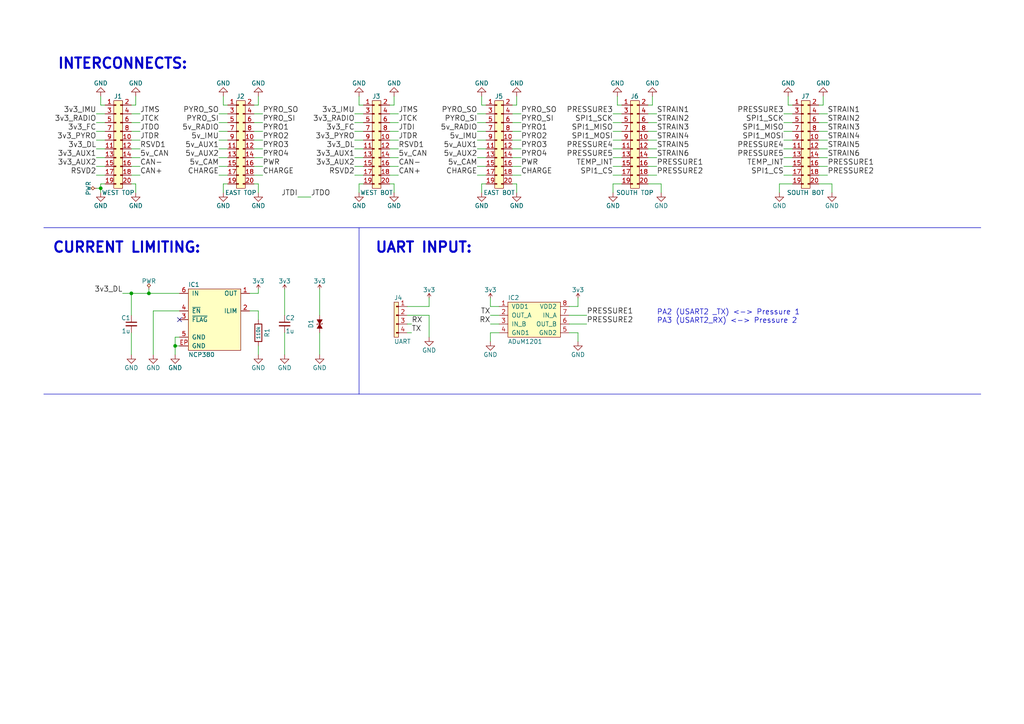
<source format=kicad_sch>
(kicad_sch (version 20230121) (generator eeschema)
  (paper "A4")
  (title_block (title "m3dl - Pressure Relay") (date "2016-07-20") (rev "1") (company "Cambridge University Space Flight") (comment 1 "Matt Coates"))
  (lib_symbols
    (symbol "pressure_relay-rescue:3v3" (power) (pin_numbers hide) (pin_names (offset 1.016) hide)
      (property "Value" "3v3" (at 0 2.286 0))
      (symbol "3v3_0_1"
        (polyline (pts (xy 0 1.27) (xy 0.508 0.508)))
        (polyline (pts (xy 0 0) (xy 0 1.27) (xy -0.508 0.508)))
      )
      (symbol "3v3_1_1"
        (pin power_in line (at 0 0 180) (length 0) hide (name "3v3") (number "1"))
      )
    )
    (symbol "pressure_relay-rescue:ADuM1201" (pin_names (offset 1.016))
      (property "Reference" "IC" (at -7.62 5.08 0))
      (property "Value" "ADuM1201" (at -7.62 -7.62 0))
      (symbol "ADuM1201_0_1"
        (rectangle (start -7.62 3.81) (end 7.62 -6.35) (fill (type background)))
      )
      (symbol "ADuM1201_1_1"
        (pin power_in line (at -10.16 2.54 0) (length 2.54) (name "VDD1") (number "1"))
        (pin output line (at -10.16 0 0) (length 2.54) (name "OUT_A") (number "2"))
        (pin input line (at -10.16 -2.54 0) (length 2.54) (name "IN_B") (number "3"))
        (pin power_in line (at -10.16 -5.08 0) (length 2.54) (name "GND1") (number "4"))
        (pin power_in line (at 10.16 -5.08 180) (length 2.54) (name "GND2") (number "5"))
        (pin output line (at 10.16 -2.54 180) (length 2.54) (name "OUT_B") (number "6"))
        (pin input line (at 10.16 0 180) (length 2.54) (name "IN_A") (number "7"))
        (pin power_in line (at 10.16 2.54 180) (length 2.54) (name "VDD2") (number "8"))
      )
    )
    (symbol "pressure_relay-rescue:CONN_01x04" (pin_names (offset 0.0254) hide)
      (property "Reference" "J" (at -1.27 2.54 0))
      (property "Value" "CONN_01x04" (at -1.27 -10.16 0))
      (symbol "CONN_01x04_0_1"
        (rectangle (start 0 -7.493) (end -0.635 -7.747) (fill (type outline)))
        (rectangle (start 0 -4.953) (end -0.635 -5.207) (fill (type outline)))
        (rectangle (start 0 -2.413) (end -0.635 -2.667) (fill (type outline)))
        (rectangle (start 0 0.127) (end -0.635 -0.127) (fill (type outline)))
        (rectangle (start 0 1.27) (end -1.27 -8.89) (fill (type background)))
      )
      (symbol "CONN_01x04_1_1"
        (pin passive line (at 2.54 0 180) (length 2.54) (name "1") (number "1"))
        (pin passive line (at 2.54 -2.54 180) (length 2.54) (name "2") (number "2"))
        (pin passive line (at 2.54 -5.08 180) (length 2.54) (name "3") (number "3"))
        (pin passive line (at 2.54 -7.62 180) (length 2.54) (name "4") (number "4"))
      )
    )
    (symbol "pressure_relay-rescue:CONN_02x10" (pin_names (offset 0.0254) hide)
      (property "Reference" "J" (at -2.54 2.54 0))
      (property "Value" "CONN_02x10" (at -2.54 -25.4 0))
      (symbol "CONN_02x10_0_1"
        (rectangle (start -2.54 -22.733) (end -1.905 -22.987) (fill (type outline)))
        (rectangle (start -2.54 -20.193) (end -1.905 -20.447) (fill (type outline)))
        (rectangle (start -2.54 -17.653) (end -1.905 -17.907) (fill (type outline)))
        (rectangle (start -2.54 -15.113) (end -1.905 -15.367) (fill (type outline)))
        (rectangle (start -2.54 -12.573) (end -1.905 -12.827) (fill (type outline)))
        (rectangle (start -2.54 -10.033) (end -1.905 -10.287) (fill (type outline)))
        (rectangle (start -2.54 -7.493) (end -1.905 -7.747) (fill (type outline)))
        (rectangle (start -2.54 -4.953) (end -1.905 -5.207) (fill (type outline)))
        (rectangle (start -2.54 -2.413) (end -1.905 -2.667) (fill (type outline)))
        (rectangle (start -2.54 0.127) (end -1.905 -0.127) (fill (type outline)))
        (rectangle (start 0 -22.733) (end -0.635 -22.987) (fill (type outline)))
        (rectangle (start 0 -20.193) (end -0.635 -20.447) (fill (type outline)))
        (rectangle (start 0 -17.653) (end -0.635 -17.907) (fill (type outline)))
        (rectangle (start 0 -15.113) (end -0.635 -15.367) (fill (type outline)))
        (rectangle (start 0 -12.573) (end -0.635 -12.827) (fill (type outline)))
        (rectangle (start 0 -10.033) (end -0.635 -10.287) (fill (type outline)))
        (rectangle (start 0 -7.493) (end -0.635 -7.747) (fill (type outline)))
        (rectangle (start 0 -4.953) (end -0.635 -5.207) (fill (type outline)))
        (rectangle (start 0 -2.413) (end -0.635 -2.667) (fill (type outline)))
        (rectangle (start 0 0.127) (end -0.635 -0.127) (fill (type outline)))
        (rectangle (start 0 1.27) (end -2.54 -24.13) (fill (type background)))
      )
      (symbol "CONN_02x10_1_1"
        (pin passive line (at -5.08 0 0) (length 2.54) (name "1") (number "1"))
        (pin passive line (at 2.54 -10.16 180) (length 2.54) (name "10") (number "10"))
        (pin passive line (at -5.08 -12.7 0) (length 2.54) (name "11") (number "11"))
        (pin passive line (at 2.54 -12.7 180) (length 2.54) (name "12") (number "12"))
        (pin passive line (at -5.08 -15.24 0) (length 2.54) (name "13") (number "13"))
        (pin passive line (at 2.54 -15.24 180) (length 2.54) (name "14") (number "14"))
        (pin passive line (at -5.08 -17.78 0) (length 2.54) (name "15") (number "15"))
        (pin passive line (at 2.54 -17.78 180) (length 2.54) (name "16") (number "16"))
        (pin passive line (at -5.08 -20.32 0) (length 2.54) (name "17") (number "17"))
        (pin passive line (at 2.54 -20.32 180) (length 2.54) (name "18") (number "18"))
        (pin passive line (at -5.08 -22.86 0) (length 2.54) (name "19") (number "19"))
        (pin passive line (at 2.54 0 180) (length 2.54) (name "2") (number "2"))
        (pin passive line (at 2.54 -22.86 180) (length 2.54) (name "20") (number "20"))
        (pin passive line (at -5.08 -2.54 0) (length 2.54) (name "3") (number "3"))
        (pin passive line (at 2.54 -2.54 180) (length 2.54) (name "4") (number "4"))
        (pin passive line (at -5.08 -5.08 0) (length 2.54) (name "5") (number "5"))
        (pin passive line (at 2.54 -5.08 180) (length 2.54) (name "6") (number "6"))
        (pin passive line (at -5.08 -7.62 0) (length 2.54) (name "7") (number "7"))
        (pin passive line (at 2.54 -7.62 180) (length 2.54) (name "8") (number "8"))
        (pin passive line (at -5.08 -10.16 0) (length 2.54) (name "9") (number "9"))
      )
    )
    (symbol "pressure_relay-rescue:C_Small" (pin_numbers hide) (pin_names (offset 0.254) hide)
      (property "Reference" "C" (at 0.254 1.778 0))
      (property "Value" "C_Small" (at 0.254 -2.032 0))
      (symbol "C_Small_0_1"
        (polyline (pts (xy -1.524 -0.508) (xy 1.524 -0.508)) (stroke (width 0.3302)))
        (polyline (pts (xy -1.524 0.508) (xy 1.524 0.508)) (stroke (width 0.3048)))
      )
      (symbol "C_Small_1_1"
        (pin passive line (at 0 2.54 270) (length 1.905) (name "~") (number "1"))
        (pin passive line (at 0 -2.54 90) (length 2.032) (name "~") (number "2"))
      )
    )
    (symbol "pressure_relay-rescue:ESD_DIODE" (pin_numbers hide) (pin_names (offset 0) hide)
      (property "Reference" "D" (at -1.27 2.54 0))
      (symbol "ESD_DIODE_0_1"
        (polyline (pts (xy 0 -0.762) (xy 0.254 -0.762)))
        (polyline (pts (xy 0 0.762) (xy -0.254 0.762)))
        (polyline (pts (xy 0 0.762) (xy 0 -0.762)))
        (polyline (pts (xy 0 0) (xy -1.27 0.762) (xy -1.27 -0.762) (xy 0 0)) (fill (type outline)))
        (polyline (pts (xy 0 0) (xy 1.27 0.762) (xy 1.27 -0.762) (xy 0 0)) (fill (type outline)))
      )
      (symbol "ESD_DIODE_1_1"
        (pin passive line (at -2.54 0 0) (length 1.27) (name "1") (number "1"))
        (pin passive line (at 2.54 0 180) (length 1.27) (name "2") (number "2"))
      )
    )
    (symbol "pressure_relay-rescue:GND" (power) (pin_names (offset 0))
      (property "Value" "GND" (at 0 -3.81 0))
      (symbol "GND_0_1"
        (polyline (pts (xy 0 0) (xy 0 -1.27) (xy 1.27 -1.27) (xy 0 -2.54) (xy -1.27 -1.27) (xy 0 -1.27)))
      )
      (symbol "GND_1_1"
        (pin power_in line (at 0 0 270) (length 0) hide (name "GND") (number "1"))
      )
    )
    (symbol "pressure_relay-rescue:NCP380" (pin_names (offset 1.016))
      (property "Reference" "IC" (at -7.62 10.16 0))
      (property "Value" "NCP380" (at -7.62 -10.16 0))
      (symbol "NCP380_0_0"
        (pin power_out line (at 10.16 7.62 180) (length 2.54) (name "OUT") (number "1"))
        (pin input line (at 10.16 2.54 180) (length 2.54) (name "ILIM") (number "2"))
        (pin open_collector line (at -10.16 0 0) (length 2.54) (name "~{FLAG}") (number "3"))
        (pin input line (at -10.16 2.54 0) (length 2.54) (name "~{EN}") (number "4"))
        (pin power_in line (at -10.16 -5.08 0) (length 2.54) (name "GND") (number "5"))
        (pin power_in line (at -10.16 7.62 0) (length 2.54) (name "IN") (number "6"))
        (pin power_in line (at -10.16 -7.62 0) (length 2.54) (name "GND") (number "EP"))
      )
      (symbol "NCP380_0_1"
        (rectangle (start -7.62 8.89) (end 7.62 -8.89) (fill (type background)))
      )
    )
    (symbol "pressure_relay-rescue:PWR" (power) (pin_numbers hide) (pin_names (offset 1.016) hide)
      (property "Value" "PWR" (at 0 2.286 0))
      (symbol "PWR_0_1"
        (polyline (pts (xy 0 0.508) (xy -0.508 1.016) (xy 0 1.524) (xy 0.508 1.016) (xy 0 0.508)) (fill (type background)))
      )
      (symbol "PWR_1_1"
        (pin power_out line (at 0 0 90) (length 0.508) (name "pwr") (number "1"))
      )
    )
    (symbol "pressure_relay-rescue:R" (pin_numbers hide) (pin_names (offset 0))
      (property "Reference" "R" (at 2.032 0 90))
      (property "Value" "R" (at 0 0 90))
      (symbol "R_0_1"
        (rectangle (start -1.016 -2.54) (end 1.016 2.54) (stroke (width 0.254)))
      )
      (symbol "R_1_1"
        (pin passive line (at 0 3.81 270) (length 1.27) (name "~") (number "1"))
        (pin passive line (at 0 -3.81 90) (length 1.27) (name "~") (number "2"))
      )
    )
  )
  (junction (at 38.1 85.09))
  (junction (at 29.21 54.61))
  (junction (at 43.18 85.09))
  (junction (at 50.8 100.33))
  (no_connect (at 52.07 92.71))
  (wire (pts (xy 187.96 53.34) (xy 191.77 53.34)))
  (wire (pts (xy 30.48 35.56) (xy 27.94 35.56)))
  (wire (pts (xy 52.07 97.79) (xy 50.8 97.79)))
  (wire (pts (xy 124.46 88.9) (xy 124.46 86.36)))
  (wire (pts (xy 74.93 100.33) (xy 74.93 102.87)))
  (wire (pts (xy 30.48 45.72) (xy 27.94 45.72)))
  (wire (pts (xy 165.1 91.44) (xy 170.18 91.44)))
  (wire (pts (xy 149.86 27.94) (xy 149.86 30.48)))
  (wire (pts (xy 226.06 53.34) (xy 229.87 53.34)))
  (wire (pts (xy 73.66 50.8) (xy 76.2 50.8)))
  (wire (pts (xy 138.43 50.8) (xy 140.97 50.8)))
  (wire (pts (xy 237.49 43.18) (xy 240.03 43.18)))
  (wire (pts (xy 238.76 27.94) (xy 238.76 30.48)))
  (wire (pts (xy 73.66 53.34) (xy 74.93 53.34)))
  (wire (pts (xy 118.11 93.98) (xy 119.38 93.98)))
  (wire (pts (xy 144.78 91.44) (xy 142.24 91.44)))
  (wire (pts (xy 177.8 45.72) (xy 180.34 45.72)))
  (wire (pts (xy 229.87 38.1) (xy 227.33 38.1)))
  (wire (pts (xy 148.59 45.72) (xy 151.13 45.72)))
  (wire (pts (xy 148.59 50.8) (xy 151.13 50.8)))
  (wire (pts (xy 63.5 50.8) (xy 66.04 50.8)))
  (wire (pts (xy 144.78 93.98) (xy 142.24 93.98)))
  (wire (pts (xy 118.11 88.9) (xy 124.46 88.9)))
  (wire (pts (xy 102.87 48.26) (xy 105.41 48.26)))
  (wire (pts (xy 149.86 53.34) (xy 149.86 55.88)))
  (wire (pts (xy 180.34 33.02) (xy 177.8 33.02)))
  (wire (pts (xy 105.41 45.72) (xy 102.87 45.72)))
  (wire (pts (xy 227.33 43.18) (xy 229.87 43.18)))
  (wire (pts (xy 27.94 54.61) (xy 29.21 54.61)))
  (wire (pts (xy 138.43 40.64) (xy 140.97 40.64)))
  (wire (pts (xy 104.14 27.94) (xy 104.14 30.48)))
  (wire (pts (xy 39.37 30.48) (xy 38.1 30.48)))
  (wire (pts (xy 165.1 96.52) (xy 167.64 96.52)))
  (wire (pts (xy 114.3 53.34) (xy 114.3 55.88)))
  (wire (pts (xy 148.59 33.02) (xy 151.13 33.02)))
  (wire (pts (xy 113.03 35.56) (xy 115.57 35.56)))
  (wire (pts (xy 187.96 43.18) (xy 190.5 43.18)))
  (wire (pts (xy 140.97 48.26) (xy 138.43 48.26)))
  (wire (pts (xy 142.24 88.9) (xy 142.24 86.36)))
  (wire (pts (xy 30.48 38.1) (xy 27.94 38.1)))
  (polyline (pts (xy 104.14 66.04) (xy 104.14 114.3)))
  (wire (pts (xy 138.43 35.56) (xy 140.97 35.56)))
  (wire (pts (xy 180.34 38.1) (xy 177.8 38.1)))
  (wire (pts (xy 237.49 38.1) (xy 240.03 38.1)))
  (wire (pts (xy 180.34 48.26) (xy 177.8 48.26)))
  (wire (pts (xy 105.41 35.56) (xy 102.87 35.56)))
  (wire (pts (xy 139.7 53.34) (xy 139.7 55.88)))
  (wire (pts (xy 72.39 90.17) (xy 74.93 90.17)))
  (wire (pts (xy 38.1 48.26) (xy 40.64 48.26)))
  (wire (pts (xy 105.41 38.1) (xy 102.87 38.1)))
  (wire (pts (xy 74.93 27.94) (xy 74.93 30.48)))
  (wire (pts (xy 113.03 45.72) (xy 115.57 45.72)))
  (wire (pts (xy 229.87 40.64) (xy 227.33 40.64)))
  (wire (pts (xy 38.1 38.1) (xy 40.64 38.1)))
  (wire (pts (xy 237.49 45.72) (xy 240.03 45.72)))
  (wire (pts (xy 240.03 40.64) (xy 237.49 40.64)))
  (wire (pts (xy 35.56 85.09) (xy 38.1 85.09)))
  (wire (pts (xy 118.11 91.44) (xy 124.46 91.44)))
  (wire (pts (xy 140.97 33.02) (xy 138.43 33.02)))
  (wire (pts (xy 76.2 35.56) (xy 73.66 35.56)))
  (wire (pts (xy 44.45 90.17) (xy 52.07 90.17)))
  (wire (pts (xy 64.77 53.34) (xy 64.77 55.88)))
  (wire (pts (xy 237.49 50.8) (xy 240.03 50.8)))
  (wire (pts (xy 138.43 45.72) (xy 140.97 45.72)))
  (wire (pts (xy 114.3 27.94) (xy 114.3 30.48)))
  (wire (pts (xy 151.13 40.64) (xy 148.59 40.64)))
  (wire (pts (xy 38.1 43.18) (xy 40.64 43.18)))
  (wire (pts (xy 105.41 53.34) (xy 104.14 53.34)))
  (wire (pts (xy 30.48 40.64) (xy 27.94 40.64)))
  (wire (pts (xy 27.94 48.26) (xy 30.48 48.26)))
  (wire (pts (xy 76.2 40.64) (xy 73.66 40.64)))
  (wire (pts (xy 229.87 33.02) (xy 227.33 33.02)))
  (wire (pts (xy 227.33 35.56) (xy 229.87 35.56)))
  (wire (pts (xy 38.1 96.52) (xy 38.1 102.87)))
  (wire (pts (xy 92.71 91.44) (xy 92.71 83.82)))
  (wire (pts (xy 66.04 38.1) (xy 63.5 38.1)))
  (wire (pts (xy 190.5 40.64) (xy 187.96 40.64)))
  (wire (pts (xy 113.03 43.18) (xy 115.57 43.18)))
  (wire (pts (xy 190.5 48.26) (xy 187.96 48.26)))
  (wire (pts (xy 228.6 27.94) (xy 228.6 30.48)))
  (wire (pts (xy 179.07 30.48) (xy 180.34 30.48)))
  (wire (pts (xy 43.18 85.09) (xy 43.18 83.82)))
  (wire (pts (xy 30.48 50.8) (xy 27.94 50.8)))
  (wire (pts (xy 190.5 35.56) (xy 187.96 35.56)))
  (wire (pts (xy 167.64 96.52) (xy 167.64 99.06)))
  (wire (pts (xy 113.03 53.34) (xy 114.3 53.34)))
  (wire (pts (xy 105.41 50.8) (xy 102.87 50.8)))
  (wire (pts (xy 50.8 97.79) (xy 50.8 100.33)))
  (wire (pts (xy 177.8 53.34) (xy 180.34 53.34)))
  (wire (pts (xy 241.3 53.34) (xy 241.3 55.88)))
  (wire (pts (xy 39.37 27.94) (xy 39.37 30.48)))
  (wire (pts (xy 104.14 53.34) (xy 104.14 55.88)))
  (wire (pts (xy 151.13 35.56) (xy 148.59 35.56)))
  (wire (pts (xy 73.66 43.18) (xy 76.2 43.18)))
  (wire (pts (xy 64.77 27.94) (xy 64.77 30.48)))
  (wire (pts (xy 63.5 35.56) (xy 66.04 35.56)))
  (wire (pts (xy 187.96 38.1) (xy 190.5 38.1)))
  (wire (pts (xy 105.41 40.64) (xy 102.87 40.64)))
  (wire (pts (xy 66.04 43.18) (xy 63.5 43.18)))
  (wire (pts (xy 191.77 53.34) (xy 191.77 55.88)))
  (wire (pts (xy 105.41 43.18) (xy 102.87 43.18)))
  (wire (pts (xy 165.1 88.9) (xy 167.64 88.9)))
  (wire (pts (xy 38.1 45.72) (xy 40.64 45.72)))
  (wire (pts (xy 38.1 35.56) (xy 40.64 35.56)))
  (wire (pts (xy 165.1 93.98) (xy 170.18 93.98)))
  (wire (pts (xy 63.5 40.64) (xy 66.04 40.64)))
  (wire (pts (xy 38.1 85.09) (xy 43.18 85.09)))
  (wire (pts (xy 140.97 43.18) (xy 138.43 43.18)))
  (wire (pts (xy 38.1 33.02) (xy 40.64 33.02)))
  (wire (pts (xy 177.8 50.8) (xy 180.34 50.8)))
  (wire (pts (xy 39.37 53.34) (xy 39.37 55.88)))
  (wire (pts (xy 104.14 30.48) (xy 105.41 30.48)))
  (wire (pts (xy 227.33 45.72) (xy 229.87 45.72)))
  (wire (pts (xy 142.24 96.52) (xy 142.24 99.06)))
  (wire (pts (xy 30.48 53.34) (xy 29.21 53.34)))
  (wire (pts (xy 66.04 33.02) (xy 63.5 33.02)))
  (wire (pts (xy 113.03 40.64) (xy 115.57 40.64)))
  (wire (pts (xy 38.1 40.64) (xy 40.64 40.64)))
  (wire (pts (xy 240.03 35.56) (xy 237.49 35.56)))
  (wire (pts (xy 66.04 53.34) (xy 64.77 53.34)))
  (wire (pts (xy 148.59 43.18) (xy 151.13 43.18)))
  (wire (pts (xy 86.36 57.15) (xy 90.17 57.15)))
  (wire (pts (xy 139.7 30.48) (xy 140.97 30.48)))
  (wire (pts (xy 240.03 48.26) (xy 237.49 48.26)))
  (wire (pts (xy 74.93 53.34) (xy 74.93 55.88)))
  (wire (pts (xy 113.03 48.26) (xy 115.57 48.26)))
  (wire (pts (xy 139.7 27.94) (xy 139.7 30.48)))
  (wire (pts (xy 148.59 53.34) (xy 149.86 53.34)))
  (wire (pts (xy 118.11 96.52) (xy 119.38 96.52)))
  (wire (pts (xy 187.96 50.8) (xy 190.5 50.8)))
  (wire (pts (xy 229.87 48.26) (xy 227.33 48.26)))
  (wire (pts (xy 177.8 35.56) (xy 180.34 35.56)))
  (wire (pts (xy 64.77 30.48) (xy 66.04 30.48)))
  (wire (pts (xy 167.64 88.9) (xy 167.64 86.36)))
  (wire (pts (xy 74.93 30.48) (xy 73.66 30.48)))
  (wire (pts (xy 29.21 53.34) (xy 29.21 54.61)))
  (wire (pts (xy 82.55 96.52) (xy 82.55 102.87)))
  (wire (pts (xy 105.41 33.02) (xy 102.87 33.02)))
  (wire (pts (xy 142.24 96.52) (xy 144.78 96.52)))
  (wire (pts (xy 63.5 45.72) (xy 66.04 45.72)))
  (wire (pts (xy 44.45 102.87) (xy 44.45 90.17)))
  (wire (pts (xy 73.66 38.1) (xy 76.2 38.1)))
  (wire (pts (xy 148.59 38.1) (xy 151.13 38.1)))
  (wire (pts (xy 113.03 50.8) (xy 115.57 50.8)))
  (wire (pts (xy 29.21 30.48) (xy 30.48 30.48)))
  (wire (pts (xy 52.07 100.33) (xy 50.8 100.33)))
  (wire (pts (xy 66.04 48.26) (xy 63.5 48.26)))
  (wire (pts (xy 189.23 27.94) (xy 189.23 30.48)))
  (polyline (pts (xy 12.7 114.3) (xy 284.48 114.3)))
  (wire (pts (xy 38.1 91.44) (xy 38.1 85.09)))
  (wire (pts (xy 237.49 53.34) (xy 241.3 53.34)))
  (wire (pts (xy 38.1 53.34) (xy 39.37 53.34)))
  (wire (pts (xy 29.21 54.61) (xy 29.21 55.88)))
  (wire (pts (xy 177.8 53.34) (xy 177.8 55.88)))
  (wire (pts (xy 144.78 88.9) (xy 142.24 88.9)))
  (wire (pts (xy 74.93 85.09) (xy 74.93 83.82)))
  (wire (pts (xy 177.8 40.64) (xy 180.34 40.64)))
  (wire (pts (xy 76.2 48.26) (xy 73.66 48.26)))
  (wire (pts (xy 114.3 30.48) (xy 113.03 30.48)))
  (wire (pts (xy 50.8 100.33) (xy 50.8 102.87)))
  (wire (pts (xy 73.66 45.72) (xy 76.2 45.72)))
  (wire (pts (xy 187.96 33.02) (xy 190.5 33.02)))
  (wire (pts (xy 74.93 90.17) (xy 74.93 92.71)))
  (wire (pts (xy 72.39 85.09) (xy 74.93 85.09)))
  (wire (pts (xy 82.55 91.44) (xy 82.55 83.82)))
  (wire (pts (xy 29.21 27.94) (xy 29.21 30.48)))
  (wire (pts (xy 237.49 33.02) (xy 240.03 33.02)))
  (wire (pts (xy 140.97 38.1) (xy 138.43 38.1)))
  (wire (pts (xy 149.86 30.48) (xy 148.59 30.48)))
  (wire (pts (xy 113.03 33.02) (xy 115.57 33.02)))
  (wire (pts (xy 92.71 96.52) (xy 92.71 102.87)))
  (wire (pts (xy 38.1 50.8) (xy 40.64 50.8)))
  (wire (pts (xy 43.18 85.09) (xy 52.07 85.09)))
  (wire (pts (xy 227.33 50.8) (xy 229.87 50.8)))
  (wire (pts (xy 113.03 38.1) (xy 115.57 38.1)))
  (wire (pts (xy 180.34 43.18) (xy 177.8 43.18)))
  (wire (pts (xy 30.48 33.02) (xy 27.94 33.02)))
  (wire (pts (xy 30.48 43.18) (xy 27.94 43.18)))
  (wire (pts (xy 179.07 27.94) (xy 179.07 30.48)))
  (wire (pts (xy 73.66 33.02) (xy 76.2 33.02)))
  (wire (pts (xy 151.13 48.26) (xy 148.59 48.26)))
  (wire (pts (xy 226.06 53.34) (xy 226.06 55.88)))
  (wire (pts (xy 189.23 30.48) (xy 187.96 30.48)))
  (wire (pts (xy 140.97 53.34) (xy 139.7 53.34)))
  (wire (pts (xy 187.96 45.72) (xy 190.5 45.72)))
  (polyline (pts (xy 12.7 66.04) (xy 284.48 66.04)))
  (wire (pts (xy 228.6 30.48) (xy 229.87 30.48)))
  (wire (pts (xy 124.46 91.44) (xy 124.46 97.79)))
  (wire (pts (xy 238.76 30.48) (xy 237.49 30.48)))
  (text "PA2 (USART2 _TX) <-> Pressure 1\nPA3 (USART2_RX) <-> Pressure 2" (at 190.5 93.98 0) (effects (font (size 1.524 1.524)) (justify left bottom)))
  (text "UART INPUT:" (at 137.16 73.66 0) (effects (font (size 2.9972 2.9972) (thickness 0.5994) bold) (justify right bottom)))
  (text "INTERCONNECTS:" (at 54.61 20.32 0) (effects (font (size 2.9972 2.9972) (thickness 0.5994) bold) (justify right bottom)))
  (text "CURRENT LIMITING:" (at 58.42 73.66 0) (effects (font (size 2.9972 2.9972) (thickness 0.5994) bold) (justify right bottom)))
  (label "PYRO_SI" (at 76.2 35.56 0) (effects (font (size 1.524 1.524))))
  (label "PWR" (at 76.2 48.26 0) (effects (font (size 1.524 1.524))))
  (label "CHARGE" (at 138.43 50.8 180) (effects (font (size 1.524 1.524))))
  (label "3v3_DL" (at 35.56 85.09 180) (effects (font (size 1.524 1.524))))
  (label "STRAIN6" (at 240.03 45.72 0) (effects (font (size 1.524 1.524))))
  (label "STRAIN2" (at 190.5 35.56 0) (effects (font (size 1.524 1.524))))
  (label "JTMS" (at 115.57 33.02 0) (effects (font (size 1.524 1.524))))
  (label "3v3_AUX2" (at 102.87 48.26 180) (effects (font (size 1.524 1.524))))
  (label "5v_RADIO" (at 63.5 38.1 180) (effects (font (size 1.524 1.524))))
  (label "JTCK" (at 115.57 35.56 0) (effects (font (size 1.524 1.524))))
  (label "3v3_FC" (at 102.87 38.1 180) (effects (font (size 1.524 1.524))))
  (label "3v3_AUX1" (at 27.94 45.72 180) (effects (font (size 1.524 1.524))))
  (label "PYRO3" (at 76.2 43.18 0) (effects (font (size 1.524 1.524))))
  (label "PWR" (at 151.13 48.26 0) (effects (font (size 1.524 1.524))))
  (label "JTDO" (at 90.17 57.15 0) (effects (font (size 1.524 1.524))))
  (label "5v_AUX2" (at 138.43 45.72 180) (effects (font (size 1.524 1.524))))
  (label "RX" (at 119.38 93.98 0) (effects (font (size 1.524 1.524))))
  (label "5v_AUX2" (at 63.5 45.72 180) (effects (font (size 1.524 1.524))))
  (label "STRAIN3" (at 190.5 38.1 0) (effects (font (size 1.524 1.524))))
  (label "STRAIN5" (at 190.5 43.18 0) (effects (font (size 1.524 1.524))))
  (label "PYRO_SI" (at 138.43 35.56 180) (effects (font (size 1.524 1.524))))
  (label "CAN+" (at 115.57 50.8 0) (effects (font (size 1.524 1.524))))
  (label "3v3_RADIO" (at 102.87 35.56 180) (effects (font (size 1.524 1.524))))
  (label "JTDR" (at 115.57 40.64 0) (effects (font (size 1.524 1.524))))
  (label "5v_CAM" (at 138.43 48.26 180) (effects (font (size 1.524 1.524))))
  (label "TX" (at 142.24 91.44 180) (effects (font (size 1.524 1.524))))
  (label "3v3_AUX2" (at 27.94 48.26 180) (effects (font (size 1.524 1.524))))
  (label "3v3_DL" (at 27.94 43.18 180) (effects (font (size 1.524 1.524))))
  (label "JTCK" (at 40.64 35.56 0) (effects (font (size 1.524 1.524))))
  (label "PRESSURE4" (at 177.8 43.18 180) (effects (font (size 1.524 1.524))))
  (label "SPI1_CS" (at 177.8 50.8 180) (effects (font (size 1.524 1.524))))
  (label "3v3_IMU" (at 102.87 33.02 180) (effects (font (size 1.524 1.524))))
  (label "5v_RADIO" (at 138.43 38.1 180) (effects (font (size 1.524 1.524))))
  (label "PRESSURE4" (at 227.33 43.18 180) (effects (font (size 1.524 1.524))))
  (label "PYRO3" (at 151.13 43.18 0) (effects (font (size 1.524 1.524))))
  (label "JTDI" (at 86.36 57.15 180) (effects (font (size 1.524 1.524))))
  (label "3v3_PYRO" (at 27.94 40.64 180) (effects (font (size 1.524 1.524))))
  (label "CAN+" (at 40.64 50.8 0) (effects (font (size 1.524 1.524))))
  (label "PYRO_SO" (at 138.43 33.02 180) (effects (font (size 1.524 1.524))))
  (label "JTMS" (at 40.64 33.02 0) (effects (font (size 1.524 1.524))))
  (label "PRESSURE2" (at 170.18 93.98 0) (effects (font (size 1.524 1.524))))
  (label "SPI1_CS" (at 227.33 50.8 180) (effects (font (size 1.524 1.524))))
  (label "RSVD2" (at 102.87 50.8 180) (effects (font (size 1.524 1.524))))
  (label "5v_AUX1" (at 138.43 43.18 180) (effects (font (size 1.524 1.524))))
  (label "PYRO1" (at 76.2 38.1 0) (effects (font (size 1.524 1.524))))
  (label "3v3_AUX1" (at 102.87 45.72 180) (effects (font (size 1.524 1.524))))
  (label "PYRO_SO" (at 76.2 33.02 0) (effects (font (size 1.524 1.524))))
  (label "5v_CAN" (at 40.64 45.72 0) (effects (font (size 1.524 1.524))))
  (label "5v_AUX1" (at 63.5 43.18 180) (effects (font (size 1.524 1.524))))
  (label "CHARGE" (at 76.2 50.8 0) (effects (font (size 1.524 1.524))))
  (label "PRESSURE3" (at 227.33 33.02 180) (effects (font (size 1.524 1.524))))
  (label "PRESSURE5" (at 227.33 45.72 180) (effects (font (size 1.524 1.524))))
  (label "JTDO" (at 40.64 38.1 0) (effects (font (size 1.524 1.524))))
  (label "CAN-" (at 40.64 48.26 0) (effects (font (size 1.524 1.524))))
  (label "3v3_RADIO" (at 27.94 35.56 180) (effects (font (size 1.524 1.524))))
  (label "STRAIN4" (at 240.03 40.64 0) (effects (font (size 1.524 1.524))))
  (label "PRESSURE1" (at 170.18 91.44 0) (effects (font (size 1.524 1.524))))
  (label "STRAIN1" (at 190.5 33.02 0) (effects (font (size 1.524 1.524))))
  (label "PYRO_SO" (at 151.13 33.02 0) (effects (font (size 1.524 1.524))))
  (label "PYRO_SI" (at 151.13 35.56 0) (effects (font (size 1.524 1.524))))
  (label "PRESSURE5" (at 177.8 45.72 180) (effects (font (size 1.524 1.524))))
  (label "5v_IMU" (at 138.43 40.64 180) (effects (font (size 1.524 1.524))))
  (label "RX" (at 142.24 93.98 180) (effects (font (size 1.524 1.524))))
  (label "SPI1_MISO" (at 227.33 38.1 180) (effects (font (size 1.524 1.524))))
  (label "PYRO4" (at 76.2 45.72 0) (effects (font (size 1.524 1.524))))
  (label "SPI1_SCK" (at 177.8 35.56 180) (effects (font (size 1.524 1.524))))
  (label "STRAIN5" (at 240.03 43.18 0) (effects (font (size 1.524 1.524))))
  (label "5v_IMU" (at 63.5 40.64 180) (effects (font (size 1.524 1.524))))
  (label "RSVD1" (at 40.64 43.18 0) (effects (font (size 1.524 1.524))))
  (label "3v3_PYRO" (at 102.87 40.64 180) (effects (font (size 1.524 1.524))))
  (label "PRESSURE2" (at 190.5 50.8 0) (effects (font (size 1.524 1.524))))
  (label "TEMP_INT" (at 177.8 48.26 180) (effects (font (size 1.524 1.524))))
  (label "TX" (at 119.38 96.52 0) (effects (font (size 1.524 1.524))))
  (label "JTDR" (at 40.64 40.64 0) (effects (font (size 1.524 1.524))))
  (label "JTDI" (at 115.57 38.1 0) (effects (font (size 1.524 1.524))))
  (label "3v3_DL" (at 102.87 43.18 180) (effects (font (size 1.524 1.524))))
  (label "SPI1_MOSI" (at 227.33 40.64 180) (effects (font (size 1.524 1.524))))
  (label "STRAIN6" (at 190.5 45.72 0) (effects (font (size 1.524 1.524))))
  (label "SPI1_SCK" (at 227.33 35.56 180) (effects (font (size 1.524 1.524))))
  (label "3v3_IMU" (at 27.94 33.02 180) (effects (font (size 1.524 1.524))))
  (label "PYRO_SO" (at 63.5 33.02 180) (effects (font (size 1.524 1.524))))
  (label "STRAIN3" (at 240.03 38.1 0) (effects (font (size 1.524 1.524))))
  (label "CHARGE" (at 151.13 50.8 0) (effects (font (size 1.524 1.524))))
  (label "RSVD2" (at 27.94 50.8 180) (effects (font (size 1.524 1.524))))
  (label "TEMP_INT" (at 227.33 48.26 180) (effects (font (size 1.524 1.524))))
  (label "PYRO2" (at 76.2 40.64 0) (effects (font (size 1.524 1.524))))
  (label "5v_CAM" (at 63.5 48.26 180) (effects (font (size 1.524 1.524))))
  (label "PYRO2" (at 151.13 40.64 0) (effects (font (size 1.524 1.524))))
  (label "PYRO4" (at 151.13 45.72 0) (effects (font (size 1.524 1.524))))
  (label "PRESSURE1" (at 240.03 48.26 0) (effects (font (size 1.524 1.524))))
  (label "PRESSURE1" (at 190.5 48.26 0) (effects (font (size 1.524 1.524))))
  (label "PYRO1" (at 151.13 38.1 0) (effects (font (size 1.524 1.524))))
  (label "5v_CAN" (at 115.57 45.72 0) (effects (font (size 1.524 1.524))))
  (label "SPI1_MISO" (at 177.8 38.1 180) (effects (font (size 1.524 1.524))))
  (label "SPI1_MOSI" (at 177.8 40.64 180) (effects (font (size 1.524 1.524))))
  (label "CHARGE" (at 63.5 50.8 180) (effects (font (size 1.524 1.524))))
  (label "3v3_FC" (at 27.94 38.1 180) (effects (font (size 1.524 1.524))))
  (label "STRAIN2" (at 240.03 35.56 0) (effects (font (size 1.524 1.524))))
  (label "STRAIN1" (at 240.03 33.02 0) (effects (font (size 1.524 1.524))))
  (label "PRESSURE3" (at 177.8 33.02 180) (effects (font (size 1.524 1.524))))
  (label "PYRO_SI" (at 63.5 35.56 180) (effects (font (size 1.524 1.524))))
  (label "CAN-" (at 115.57 48.26 0) (effects (font (size 1.524 1.524))))
  (label "RSVD1" (at 115.57 43.18 0) (effects (font (size 1.524 1.524))))
  (label "PRESSURE2" (at 240.03 50.8 0) (effects (font (size 1.524 1.524))))
  (label "STRAIN4" (at 190.5 40.64 0) (effects (font (size 1.524 1.524))))
  (symbol (lib_id "pressure_relay-rescue:ADuM1201") (at 154.94 91.44 0) (unit 1)
    (property "Reference" "IC2" (at 147.32 86.36 0) (effects (justify left)))
    (property "Value" "ADuM1201" (at 147.32 99.06 0) (effects (justify left)))
    (property "Footprint" "agg:SOIC-8" (effects hide))
    (property "Farnell" "1078202" (effects hide))
  )
  (symbol (lib_id "pressure_relay-rescue:CONN_01x04") (at 115.57 88.9 0) (unit 1)
    (property "Reference" "J4" (at 114.3 86.36 0) (effects (justify left)))
    (property "Value" "UART" (at 114.3 99.06 0) (effects (justify left)))
    (property "Footprint" "agg:S04B-PASK-2" (effects hide))
    (property "Farnell" "1830749" (effects hide))
  )
  (symbol (lib_id "pressure_relay-rescue:GND") (at 124.46 97.79 0) (unit 1)
    (property "Reference" "#PWR035" (effects hide))
    (property "Value" "GND" (at 124.46 101.6 0))
  )
  (symbol (lib_id "pressure_relay-rescue:CONN_02x10") (at 71.12 30.48 0) (unit 1)
    (property "Reference" "J2" (at 68.58 27.94 0) (effects (justify left)))
    (property "Value" "EAST TOP" (at 69.85 55.88 0))
    (property "Footprint" "agg:TFML-110-02-L-D" (effects hide))
  )
  (symbol (lib_id "pressure_relay-rescue:3v3") (at 124.46 86.36 0) (unit 1)
    (property "Reference" "#PWR036" (effects hide))
    (property "Value" "3v3" (at 124.46 84.074 0))
  )
  (symbol (lib_id "pressure_relay-rescue:CONN_02x10") (at 146.05 30.48 0) (unit 1)
    (property "Reference" "J5" (at 143.51 27.94 0) (effects (justify left)))
    (property "Value" "EAST BOT" (at 144.78 55.88 0))
    (property "Footprint" "agg:SFML-110-02-L-D-LC" (effects hide))
  )
  (symbol (lib_id "pressure_relay-rescue:CONN_02x10") (at 35.56 30.48 0) (unit 1)
    (property "Reference" "J1" (at 33.02 27.94 0) (effects (justify left)))
    (property "Value" "WEST TOP" (at 34.29 55.88 0))
    (property "Footprint" "agg:TFML-110-02-L-D" (effects hide))
  )
  (symbol (lib_id "pressure_relay-rescue:CONN_02x10") (at 110.49 30.48 0) (unit 1)
    (property "Reference" "J3" (at 107.95 27.94 0) (effects (justify left)))
    (property "Value" "WEST BOT" (at 109.22 55.88 0))
    (property "Footprint" "agg:SFML-110-02-L-D-LC" (effects hide))
  )
  (symbol (lib_id "pressure_relay-rescue:GND") (at 74.93 55.88 0) (unit 1)
    (property "Reference" "#PWR01" (effects hide))
    (property "Value" "GND" (at 74.93 59.69 0))
  )
  (symbol (lib_id "pressure_relay-rescue:GND") (at 64.77 55.88 0) (unit 1)
    (property "Reference" "#PWR02" (effects hide))
    (property "Value" "GND" (at 64.77 59.69 0))
  )
  (symbol (lib_id "pressure_relay-rescue:GND") (at 39.37 55.88 0) (unit 1)
    (property "Reference" "#PWR03" (effects hide))
    (property "Value" "GND" (at 39.37 59.69 0))
  )
  (symbol (lib_id "pressure_relay-rescue:GND") (at 29.21 55.88 0) (unit 1)
    (property "Reference" "#PWR04" (effects hide))
    (property "Value" "GND" (at 29.21 59.69 0))
  )
  (symbol (lib_id "pressure_relay-rescue:GND") (at 29.21 27.94 180) (unit 1)
    (property "Reference" "#PWR05" (effects hide))
    (property "Value" "GND" (at 29.21 24.13 0))
  )
  (symbol (lib_id "pressure_relay-rescue:GND") (at 39.37 27.94 180) (unit 1)
    (property "Reference" "#PWR06" (effects hide))
    (property "Value" "GND" (at 39.37 24.13 0))
  )
  (symbol (lib_id "pressure_relay-rescue:GND") (at 64.77 27.94 180) (unit 1)
    (property "Reference" "#PWR07" (effects hide))
    (property "Value" "GND" (at 64.77 24.13 0))
  )
  (symbol (lib_id "pressure_relay-rescue:GND") (at 74.93 27.94 180) (unit 1)
    (property "Reference" "#PWR08" (effects hide))
    (property "Value" "GND" (at 74.93 24.13 0))
  )
  (symbol (lib_id "pressure_relay-rescue:GND") (at 104.14 55.88 0) (unit 1)
    (property "Reference" "#PWR09" (effects hide))
    (property "Value" "GND" (at 104.14 59.69 0))
  )
  (symbol (lib_id "pressure_relay-rescue:GND") (at 114.3 55.88 0) (unit 1)
    (property "Reference" "#PWR010" (effects hide))
    (property "Value" "GND" (at 114.3 59.69 0))
  )
  (symbol (lib_id "pressure_relay-rescue:GND") (at 139.7 55.88 0) (unit 1)
    (property "Reference" "#PWR011" (effects hide))
    (property "Value" "GND" (at 139.7 59.69 0))
  )
  (symbol (lib_id "pressure_relay-rescue:GND") (at 149.86 55.88 0) (unit 1)
    (property "Reference" "#PWR012" (effects hide))
    (property "Value" "GND" (at 149.86 59.69 0))
  )
  (symbol (lib_id "pressure_relay-rescue:GND") (at 104.14 27.94 180) (unit 1)
    (property "Reference" "#PWR013" (effects hide))
    (property "Value" "GND" (at 104.14 24.13 0))
  )
  (symbol (lib_id "pressure_relay-rescue:GND") (at 114.3 27.94 180) (unit 1)
    (property "Reference" "#PWR014" (effects hide))
    (property "Value" "GND" (at 114.3 24.13 0))
  )
  (symbol (lib_id "pressure_relay-rescue:GND") (at 139.7 27.94 180) (unit 1)
    (property "Reference" "#PWR015" (effects hide))
    (property "Value" "GND" (at 139.7 24.13 0))
  )
  (symbol (lib_id "pressure_relay-rescue:GND") (at 149.86 27.94 180) (unit 1)
    (property "Reference" "#PWR016" (effects hide))
    (property "Value" "GND" (at 149.86 24.13 0))
  )
  (symbol (lib_id "pressure_relay-rescue:CONN_02x10") (at 185.42 30.48 0) (unit 1)
    (property "Reference" "J6" (at 182.88 27.94 0) (effects (justify left)))
    (property "Value" "SOUTH TOP" (at 184.15 55.88 0))
    (property "Footprint" "agg:TFML-110-02-L-D" (effects hide))
  )
  (symbol (lib_id "pressure_relay-rescue:GND") (at 179.07 27.94 180) (unit 1)
    (property "Reference" "#PWR017" (effects hide))
    (property "Value" "GND" (at 179.07 24.13 0))
  )
  (symbol (lib_id "pressure_relay-rescue:CONN_02x10") (at 234.95 30.48 0) (unit 1)
    (property "Reference" "J7" (at 232.41 27.94 0) (effects (justify left)))
    (property "Value" "SOUTH BOT" (at 233.68 55.88 0))
    (property "Footprint" "agg:SFML-110-02-L-D-LC" (effects hide))
  )
  (symbol (lib_id "pressure_relay-rescue:GND") (at 228.6 27.94 180) (unit 1)
    (property "Reference" "#PWR018" (effects hide))
    (property "Value" "GND" (at 228.6 24.13 0))
  )
  (symbol (lib_id "pressure_relay-rescue:GND") (at 226.06 55.88 0) (unit 1)
    (property "Reference" "#PWR019" (effects hide))
    (property "Value" "GND" (at 226.06 59.69 0))
  )
  (symbol (lib_id "pressure_relay-rescue:GND") (at 241.3 55.88 0) (unit 1)
    (property "Reference" "#PWR020" (effects hide))
    (property "Value" "GND" (at 241.3 59.69 0))
  )
  (symbol (lib_id "pressure_relay-rescue:GND") (at 191.77 55.88 0) (unit 1)
    (property "Reference" "#PWR021" (effects hide))
    (property "Value" "GND" (at 191.77 59.69 0))
  )
  (symbol (lib_id "pressure_relay-rescue:GND") (at 238.76 27.94 180) (unit 1)
    (property "Reference" "#PWR022" (effects hide))
    (property "Value" "GND" (at 238.76 24.13 0))
  )
  (symbol (lib_id "pressure_relay-rescue:GND") (at 177.8 55.88 0) (unit 1)
    (property "Reference" "#PWR023" (effects hide))
    (property "Value" "GND" (at 177.8 59.69 0))
  )
  (symbol (lib_id "pressure_relay-rescue:GND") (at 189.23 27.94 180) (unit 1)
    (property "Reference" "#PWR024" (effects hide))
    (property "Value" "GND" (at 189.23 24.13 0))
  )
  (symbol (lib_id "pressure_relay-rescue:3v3") (at 74.93 83.82 0) (unit 1)
    (property "Reference" "#PWR025" (effects hide))
    (property "Value" "3v3" (at 74.93 81.534 0))
  )
  (symbol (lib_id "pressure_relay-rescue:C_Small") (at 38.1 93.98 0) (mirror y) (unit 1)
    (property "Reference" "C1" (at 37.846 92.202 0) (effects (justify left)))
    (property "Value" "1u" (at 37.846 96.012 0) (effects (justify left)))
    (property "Footprint" "agg:0402-L" (effects hide))
    (property "Farnell" "2346884" (effects hide))
  )
  (symbol (lib_id "pressure_relay-rescue:C_Small") (at 82.55 93.98 0) (unit 1)
    (property "Reference" "C2" (at 82.804 92.202 0) (effects (justify left)))
    (property "Value" "1u" (at 82.804 96.012 0) (effects (justify left)))
    (property "Footprint" "agg:0402-L" (effects hide))
    (property "Farnell" "2346884" (effects hide))
  )
  (symbol (lib_id "pressure_relay-rescue:R") (at 74.93 96.52 0) (mirror y) (unit 1)
    (property "Reference" "R1" (at 77.47 96.52 90))
    (property "Value" "110k" (at 74.93 96.52 90) (effects (font (size 0.9906 0.9906))))
    (property "Footprint" "agg:0402-L" (effects hide))
    (property "Farnell" "2502502" (effects hide))
  )
  (symbol (lib_id "pressure_relay-rescue:GND") (at 50.8 102.87 0) (unit 1)
    (property "Reference" "#PWR026" (effects hide))
    (property "Value" "GND" (at 50.8 106.68 0))
  )
  (symbol (lib_id "pressure_relay-rescue:NCP380") (at 62.23 92.71 0) (unit 1)
    (property "Reference" "IC1" (at 54.61 82.55 0) (effects (justify left)))
    (property "Value" "NCP380" (at 54.61 102.87 0) (effects (justify left)))
    (property "Footprint" "agg:DFN-6-EP-ONSEMI" (effects hide))
    (property "Datasheet" "http://www.onsemi.com/pub_link/Collateral/NCP380-D.PDF" (effects hide))
    (property "Farnell" "2464412" (effects hide))
  )
  (symbol (lib_id "pressure_relay-rescue:GND") (at 74.93 102.87 0) (unit 1)
    (property "Reference" "#PWR027" (effects hide))
    (property "Value" "GND" (at 74.93 106.68 0))
  )
  (symbol (lib_id "pressure_relay-rescue:3v3") (at 82.55 83.82 0) (unit 1)
    (property "Reference" "#PWR028" (effects hide))
    (property "Value" "3v3" (at 82.55 81.534 0))
  )
  (symbol (lib_id "pressure_relay-rescue:GND") (at 82.55 102.87 0) (unit 1)
    (property "Reference" "#PWR029" (effects hide))
    (property "Value" "GND" (at 82.55 106.68 0))
  )
  (symbol (lib_id "pressure_relay-rescue:GND") (at 44.45 102.87 0) (unit 1)
    (property "Reference" "#PWR030" (effects hide))
    (property "Value" "GND" (at 44.45 106.68 0))
  )
  (symbol (lib_id "pressure_relay-rescue:GND") (at 38.1 102.87 0) (unit 1)
    (property "Reference" "#PWR031" (effects hide))
    (property "Value" "GND" (at 38.1 106.68 0))
  )
  (symbol (lib_id "pressure_relay-rescue:PWR") (at 43.18 83.82 0) (unit 1)
    (property "Reference" "#FLG032" (effects hide))
    (property "Value" "PWR" (at 43.18 81.534 0))
  )
  (symbol (lib_id "pressure_relay-rescue:ESD_DIODE") (at 92.71 93.98 90) (unit 1)
    (property "Reference" "D1" (at 90.17 95.25 0) (effects (justify left)))
    (property "Value" "ESD_DIODE" (effects hide))
    (property "Footprint" "agg:0402" (effects hide))
    (property "Farnell" "2368169" (effects hide))
  )
  (symbol (lib_id "pressure_relay-rescue:GND") (at 92.71 102.87 0) (unit 1)
    (property "Reference" "#PWR033" (effects hide))
    (property "Value" "GND" (at 92.71 106.68 0))
  )
  (symbol (lib_id "pressure_relay-rescue:3v3") (at 92.71 83.82 0) (unit 1)
    (property "Reference" "#PWR034" (effects hide))
    (property "Value" "3v3" (at 92.71 81.534 0))
  )
  (symbol (lib_id "pressure_relay-rescue:PWR") (at 27.94 54.61 90) (unit 1)
    (property "Reference" "#FLG041" (effects hide))
    (property "Value" "PWR" (at 25.654 54.61 0))
  )
  (symbol (lib_id "pressure_relay-rescue:3v3") (at 142.24 86.36 0) (unit 1)
    (property "Reference" "#PWR037" (effects hide))
    (property "Value" "3v3" (at 142.24 84.074 0))
  )
  (symbol (lib_id "pressure_relay-rescue:GND") (at 142.24 99.06 0) (unit 1)
    (property "Reference" "#PWR038" (effects hide))
    (property "Value" "GND" (at 142.24 102.87 0))
  )
  (symbol (lib_id "pressure_relay-rescue:GND") (at 167.64 99.06 0) (unit 1)
    (property "Reference" "#PWR039" (effects hide))
    (property "Value" "GND" (at 167.64 102.87 0))
  )
  (symbol (lib_id "pressure_relay-rescue:3v3") (at 167.64 86.36 0) (unit 1)
    (property "Reference" "#PWR040" (effects hide))
    (property "Value" "3v3" (at 167.64 84.074 0))
  )
)
</source>
